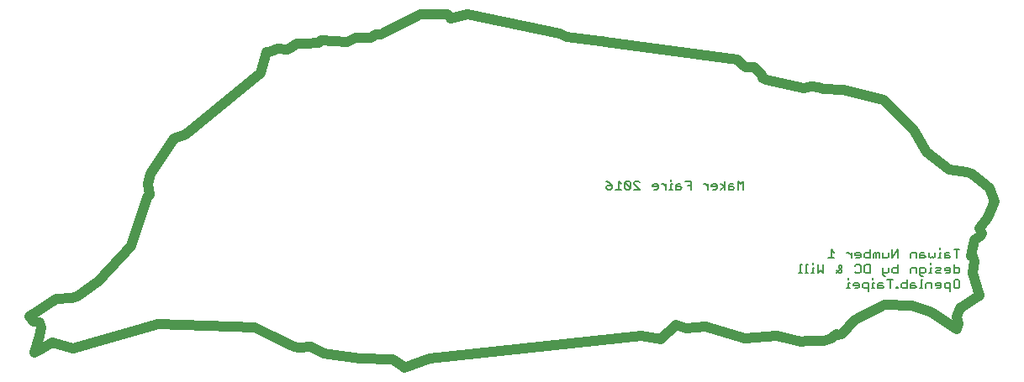
<source format=gbo>
G75*
%MOIN*%
%OFA0B0*%
%FSLAX25Y25*%
%IPPOS*%
%LPD*%
%AMOC8*
5,1,8,0,0,1.08239X$1,22.5*
%
%ADD10C,0.03937*%
%ADD11C,0.00600*%
D10*
X0008771Y0034515D02*
X0012395Y0036356D01*
X0015808Y0038479D01*
X0024233Y0036008D01*
X0057872Y0045942D01*
X0096039Y0044369D01*
X0102228Y0041358D01*
X0111939Y0036882D01*
X0113708Y0036619D01*
X0118598Y0036712D01*
X0123467Y0034261D01*
X0137856Y0032202D01*
X0150764Y0031709D01*
X0154718Y0029078D01*
X0155374Y0028375D01*
X0165572Y0031988D01*
X0249621Y0041106D01*
X0256961Y0039781D01*
X0263107Y0045413D01*
X0266976Y0044210D01*
X0274740Y0044884D01*
X0290606Y0039964D01*
X0303067Y0041028D01*
X0312641Y0038948D01*
X0312727Y0038873D01*
X0314885Y0039146D01*
X0321861Y0039222D01*
X0324928Y0040062D01*
X0325434Y0040653D01*
X0326727Y0041670D01*
X0326816Y0041423D01*
X0328650Y0041907D01*
X0334188Y0047312D01*
X0345873Y0053438D01*
X0356817Y0053095D01*
X0364536Y0050442D01*
X0374524Y0043791D01*
X0375053Y0045778D01*
X0374453Y0048832D01*
X0375660Y0052207D01*
X0383539Y0056997D01*
X0380720Y0066120D01*
X0381549Y0070766D01*
X0380875Y0072851D01*
X0379966Y0072669D01*
X0381604Y0079242D01*
X0383858Y0080773D01*
X0384381Y0081953D01*
X0383416Y0083909D01*
X0386748Y0088278D01*
X0389604Y0094445D01*
X0387502Y0099819D01*
X0380446Y0105537D01*
X0378569Y0106249D01*
X0371360Y0107004D01*
X0362601Y0114024D01*
X0357615Y0122753D01*
X0345403Y0134756D01*
X0329386Y0138745D01*
X0321403Y0139159D01*
X0319932Y0139754D01*
X0316855Y0140261D01*
X0313816Y0139426D01*
X0298738Y0142801D01*
X0297589Y0143605D01*
X0297283Y0144690D01*
X0294231Y0147799D01*
X0290741Y0147881D01*
X0289356Y0148861D01*
X0287404Y0150934D01*
X0234996Y0157775D01*
X0233808Y0158022D01*
X0233356Y0158114D01*
X0233111Y0158155D01*
X0219625Y0159863D01*
X0217100Y0161211D01*
X0180388Y0168653D01*
X0173902Y0167110D01*
X0173800Y0167465D01*
X0172369Y0168838D01*
X0161872Y0168833D01*
X0146164Y0160869D01*
X0144207Y0160760D01*
X0142243Y0159516D01*
X0142114Y0159493D01*
X0140845Y0159522D01*
X0139613Y0159608D01*
X0136073Y0159324D01*
X0132653Y0157929D01*
X0122497Y0158481D01*
X0121550Y0157432D01*
X0121042Y0157535D01*
X0116351Y0157047D01*
X0112905Y0157205D01*
X0111724Y0156454D01*
X0110748Y0155651D01*
X0109904Y0154996D01*
X0109901Y0154998D01*
X0109233Y0154928D01*
X0105124Y0155142D01*
X0102678Y0154062D01*
X0100895Y0153682D01*
X0098510Y0145476D01*
X0068930Y0121202D01*
X0064241Y0119516D01*
X0054807Y0105464D01*
X0053750Y0101595D01*
X0054562Y0097178D01*
X0053395Y0095981D01*
X0047110Y0076876D01*
X0034112Y0062660D01*
X0025812Y0056845D01*
X0023608Y0056254D01*
X0017317Y0055950D01*
X0006765Y0048892D01*
X0008422Y0046661D01*
X0010658Y0046355D01*
X0011316Y0044610D01*
X0010956Y0041106D01*
X0008771Y0034515D01*
D11*
X0235483Y0099786D02*
X0235483Y0100354D01*
X0236050Y0100921D01*
X0237751Y0100921D01*
X0237751Y0099786D01*
X0237184Y0099219D01*
X0236050Y0099219D01*
X0235483Y0099786D01*
X0236617Y0102055D02*
X0237751Y0100921D01*
X0236617Y0102055D02*
X0235483Y0102622D01*
X0240300Y0102622D02*
X0240300Y0099219D01*
X0239166Y0099219D02*
X0241435Y0099219D01*
X0242849Y0099786D02*
X0243416Y0099219D01*
X0244551Y0099219D01*
X0245118Y0099786D01*
X0242849Y0102055D01*
X0242849Y0099786D01*
X0241435Y0101488D02*
X0240300Y0102622D01*
X0242849Y0102055D02*
X0243416Y0102622D01*
X0244551Y0102622D01*
X0245118Y0102055D01*
X0245118Y0099786D01*
X0246532Y0099219D02*
X0248801Y0099219D01*
X0246532Y0101488D01*
X0246532Y0102055D01*
X0247099Y0102622D01*
X0248234Y0102622D01*
X0248801Y0102055D01*
X0253899Y0100921D02*
X0253899Y0100354D01*
X0256167Y0100354D01*
X0256167Y0100921D02*
X0256167Y0099786D01*
X0255600Y0099219D01*
X0254466Y0099219D01*
X0253899Y0100921D02*
X0254466Y0101488D01*
X0255600Y0101488D01*
X0256167Y0100921D01*
X0257535Y0101488D02*
X0258102Y0101488D01*
X0259236Y0100354D01*
X0259236Y0101488D02*
X0259236Y0099219D01*
X0260558Y0099219D02*
X0261692Y0099219D01*
X0261125Y0099219D02*
X0261125Y0101488D01*
X0261692Y0101488D01*
X0261125Y0102622D02*
X0261125Y0103189D01*
X0263106Y0100921D02*
X0263106Y0099219D01*
X0264808Y0099219D01*
X0265375Y0099786D01*
X0264808Y0100354D01*
X0263106Y0100354D01*
X0263106Y0100921D02*
X0263674Y0101488D01*
X0264808Y0101488D01*
X0266790Y0102622D02*
X0269058Y0102622D01*
X0269058Y0099219D01*
X0269058Y0100921D02*
X0267924Y0100921D01*
X0274109Y0101488D02*
X0274676Y0101488D01*
X0275811Y0100354D01*
X0275811Y0101488D02*
X0275811Y0099219D01*
X0277225Y0100354D02*
X0279494Y0100354D01*
X0279494Y0100921D02*
X0279494Y0099786D01*
X0278927Y0099219D01*
X0277792Y0099219D01*
X0277225Y0100354D02*
X0277225Y0100921D01*
X0277792Y0101488D01*
X0278927Y0101488D01*
X0279494Y0100921D01*
X0280862Y0101488D02*
X0282563Y0100354D01*
X0280862Y0099219D01*
X0282563Y0099219D02*
X0282563Y0102622D01*
X0283978Y0100921D02*
X0283978Y0099219D01*
X0285679Y0099219D01*
X0286246Y0099786D01*
X0285679Y0100354D01*
X0283978Y0100354D01*
X0283978Y0100921D02*
X0284545Y0101488D01*
X0285679Y0101488D01*
X0287661Y0102622D02*
X0287661Y0099219D01*
X0289929Y0099219D02*
X0289929Y0102622D01*
X0288795Y0101488D01*
X0287661Y0102622D01*
X0324753Y0075404D02*
X0324753Y0072001D01*
X0325887Y0072001D02*
X0323618Y0072001D01*
X0321590Y0069404D02*
X0321590Y0066001D01*
X0320456Y0067135D01*
X0319321Y0066001D01*
X0319321Y0069404D01*
X0317907Y0068269D02*
X0317340Y0068269D01*
X0317340Y0066001D01*
X0317907Y0066001D02*
X0316773Y0066001D01*
X0315451Y0066001D02*
X0314317Y0066001D01*
X0314884Y0066001D02*
X0314884Y0069404D01*
X0315451Y0069404D01*
X0317340Y0069404D02*
X0317340Y0069971D01*
X0312996Y0069404D02*
X0312429Y0069404D01*
X0312429Y0066001D01*
X0312996Y0066001D02*
X0311862Y0066001D01*
X0326688Y0066001D02*
X0328956Y0068269D01*
X0328956Y0068836D01*
X0328389Y0069404D01*
X0327822Y0068836D01*
X0327822Y0068269D01*
X0328956Y0067135D01*
X0328956Y0066568D01*
X0328389Y0066001D01*
X0327822Y0066001D01*
X0326688Y0067135D01*
X0331458Y0063971D02*
X0331458Y0063404D01*
X0331458Y0062269D02*
X0331458Y0060001D01*
X0330891Y0060001D02*
X0332026Y0060001D01*
X0333440Y0061135D02*
X0335709Y0061135D01*
X0335709Y0061702D02*
X0335142Y0062269D01*
X0334007Y0062269D01*
X0333440Y0061702D01*
X0333440Y0061135D01*
X0334007Y0060001D02*
X0335142Y0060001D01*
X0335709Y0060568D01*
X0335709Y0061702D01*
X0337123Y0061702D02*
X0337123Y0060568D01*
X0337690Y0060001D01*
X0339392Y0060001D01*
X0339392Y0058866D02*
X0339392Y0062269D01*
X0337690Y0062269D01*
X0337123Y0061702D01*
X0340713Y0060001D02*
X0341847Y0060001D01*
X0341280Y0060001D02*
X0341280Y0062269D01*
X0341847Y0062269D01*
X0341280Y0063404D02*
X0341280Y0063971D01*
X0340006Y0066001D02*
X0338304Y0066001D01*
X0337737Y0066568D01*
X0337737Y0068836D01*
X0338304Y0069404D01*
X0340006Y0069404D01*
X0340006Y0066001D01*
X0336323Y0066568D02*
X0335755Y0066001D01*
X0334621Y0066001D01*
X0334054Y0066568D01*
X0334054Y0068836D02*
X0334621Y0069404D01*
X0335755Y0069404D01*
X0336323Y0068836D01*
X0336323Y0066568D01*
X0335755Y0072001D02*
X0336323Y0072568D01*
X0336323Y0073702D01*
X0335755Y0074269D01*
X0334621Y0074269D01*
X0334054Y0073702D01*
X0334054Y0073135D01*
X0336323Y0073135D01*
X0335755Y0072001D02*
X0334621Y0072001D01*
X0332639Y0072001D02*
X0332639Y0074269D01*
X0331505Y0074269D02*
X0330938Y0074269D01*
X0331505Y0074269D02*
X0332639Y0073135D01*
X0325887Y0074269D02*
X0324753Y0075404D01*
X0337737Y0073702D02*
X0338304Y0074269D01*
X0340006Y0074269D01*
X0340006Y0075404D02*
X0340006Y0072001D01*
X0338304Y0072001D01*
X0337737Y0072568D01*
X0337737Y0073702D01*
X0341420Y0073702D02*
X0341420Y0072001D01*
X0342555Y0072001D02*
X0342555Y0073702D01*
X0341987Y0074269D01*
X0341420Y0073702D01*
X0342555Y0073702D02*
X0343122Y0074269D01*
X0343689Y0074269D01*
X0343689Y0072001D01*
X0345103Y0072001D02*
X0345103Y0074269D01*
X0347372Y0074269D02*
X0347372Y0072568D01*
X0346805Y0072001D01*
X0345103Y0072001D01*
X0348787Y0072001D02*
X0348787Y0075404D01*
X0351055Y0075404D02*
X0348787Y0072001D01*
X0351055Y0072001D02*
X0351055Y0075404D01*
X0356153Y0073702D02*
X0356153Y0072001D01*
X0356153Y0073702D02*
X0356720Y0074269D01*
X0358421Y0074269D01*
X0358421Y0072001D01*
X0359836Y0072001D02*
X0361537Y0072001D01*
X0362105Y0072568D01*
X0361537Y0073135D01*
X0359836Y0073135D01*
X0359836Y0073702D02*
X0359836Y0072001D01*
X0359836Y0073702D02*
X0360403Y0074269D01*
X0361537Y0074269D01*
X0363519Y0074269D02*
X0363519Y0072568D01*
X0364086Y0072001D01*
X0364653Y0072568D01*
X0365221Y0072001D01*
X0365788Y0072568D01*
X0365788Y0074269D01*
X0367676Y0074269D02*
X0367676Y0072001D01*
X0368243Y0072001D02*
X0367109Y0072001D01*
X0369658Y0072001D02*
X0371359Y0072001D01*
X0371926Y0072568D01*
X0371359Y0073135D01*
X0369658Y0073135D01*
X0369658Y0073702D02*
X0369658Y0072001D01*
X0369658Y0073702D02*
X0370225Y0074269D01*
X0371359Y0074269D01*
X0373341Y0075404D02*
X0375609Y0075404D01*
X0374475Y0075404D02*
X0374475Y0072001D01*
X0373341Y0069404D02*
X0373341Y0066001D01*
X0375042Y0066001D01*
X0375609Y0066568D01*
X0375609Y0067702D01*
X0375042Y0068269D01*
X0373341Y0068269D01*
X0371926Y0067702D02*
X0371359Y0068269D01*
X0370225Y0068269D01*
X0369658Y0067702D01*
X0369658Y0067135D01*
X0371926Y0067135D01*
X0371926Y0066568D02*
X0371926Y0067702D01*
X0371926Y0066568D02*
X0371359Y0066001D01*
X0370225Y0066001D01*
X0368243Y0066001D02*
X0366542Y0066001D01*
X0365975Y0066568D01*
X0366542Y0067135D01*
X0367676Y0067135D01*
X0368243Y0067702D01*
X0367676Y0068269D01*
X0365975Y0068269D01*
X0364560Y0068269D02*
X0363993Y0068269D01*
X0363993Y0066001D01*
X0364560Y0066001D02*
X0363426Y0066001D01*
X0362105Y0066568D02*
X0361537Y0066001D01*
X0359836Y0066001D01*
X0359836Y0065433D02*
X0359836Y0068269D01*
X0361537Y0068269D01*
X0362105Y0067702D01*
X0362105Y0066568D01*
X0360970Y0064866D02*
X0360403Y0064866D01*
X0359836Y0065433D01*
X0358421Y0066001D02*
X0358421Y0068269D01*
X0356720Y0068269D01*
X0356153Y0067702D01*
X0356153Y0066001D01*
X0354738Y0063404D02*
X0354738Y0060001D01*
X0353037Y0060001D01*
X0352470Y0060568D01*
X0352470Y0061702D01*
X0353037Y0062269D01*
X0354738Y0062269D01*
X0356153Y0061702D02*
X0356153Y0060001D01*
X0357854Y0060001D01*
X0358421Y0060568D01*
X0357854Y0061135D01*
X0356153Y0061135D01*
X0356153Y0061702D02*
X0356720Y0062269D01*
X0357854Y0062269D01*
X0360310Y0063404D02*
X0360310Y0060001D01*
X0360877Y0060001D02*
X0359743Y0060001D01*
X0362291Y0060001D02*
X0362291Y0061702D01*
X0362859Y0062269D01*
X0364560Y0062269D01*
X0364560Y0060001D01*
X0365975Y0061135D02*
X0368243Y0061135D01*
X0368243Y0061702D02*
X0367676Y0062269D01*
X0366542Y0062269D01*
X0365975Y0061702D01*
X0365975Y0061135D01*
X0366542Y0060001D02*
X0367676Y0060001D01*
X0368243Y0060568D01*
X0368243Y0061702D01*
X0369658Y0061702D02*
X0369658Y0060568D01*
X0370225Y0060001D01*
X0371926Y0060001D01*
X0371926Y0058866D02*
X0371926Y0062269D01*
X0370225Y0062269D01*
X0369658Y0061702D01*
X0373341Y0060568D02*
X0373341Y0062836D01*
X0373908Y0063404D01*
X0375042Y0063404D01*
X0375609Y0062836D01*
X0375609Y0060568D01*
X0375042Y0060001D01*
X0373908Y0060001D01*
X0373341Y0060568D01*
X0360877Y0063404D02*
X0360310Y0063404D01*
X0351055Y0066001D02*
X0349354Y0066001D01*
X0348787Y0066568D01*
X0348787Y0067702D01*
X0349354Y0068269D01*
X0351055Y0068269D01*
X0351055Y0069404D02*
X0351055Y0066001D01*
X0349214Y0063404D02*
X0346945Y0063404D01*
X0348079Y0063404D02*
X0348079Y0060001D01*
X0350488Y0060001D02*
X0351055Y0060001D01*
X0351055Y0060568D01*
X0350488Y0060568D01*
X0350488Y0060001D01*
X0345530Y0060568D02*
X0344963Y0061135D01*
X0343262Y0061135D01*
X0343262Y0061702D02*
X0343262Y0060001D01*
X0344963Y0060001D01*
X0345530Y0060568D01*
X0344963Y0062269D02*
X0343829Y0062269D01*
X0343262Y0061702D01*
X0345671Y0064866D02*
X0345103Y0065433D01*
X0345103Y0068269D01*
X0347372Y0068269D02*
X0347372Y0066568D01*
X0346805Y0066001D01*
X0345103Y0066001D01*
X0345671Y0064866D02*
X0346238Y0064866D01*
X0332026Y0062269D02*
X0331458Y0062269D01*
X0363993Y0069404D02*
X0363993Y0069971D01*
X0367676Y0074269D02*
X0368243Y0074269D01*
X0367676Y0075404D02*
X0367676Y0075971D01*
M02*

</source>
